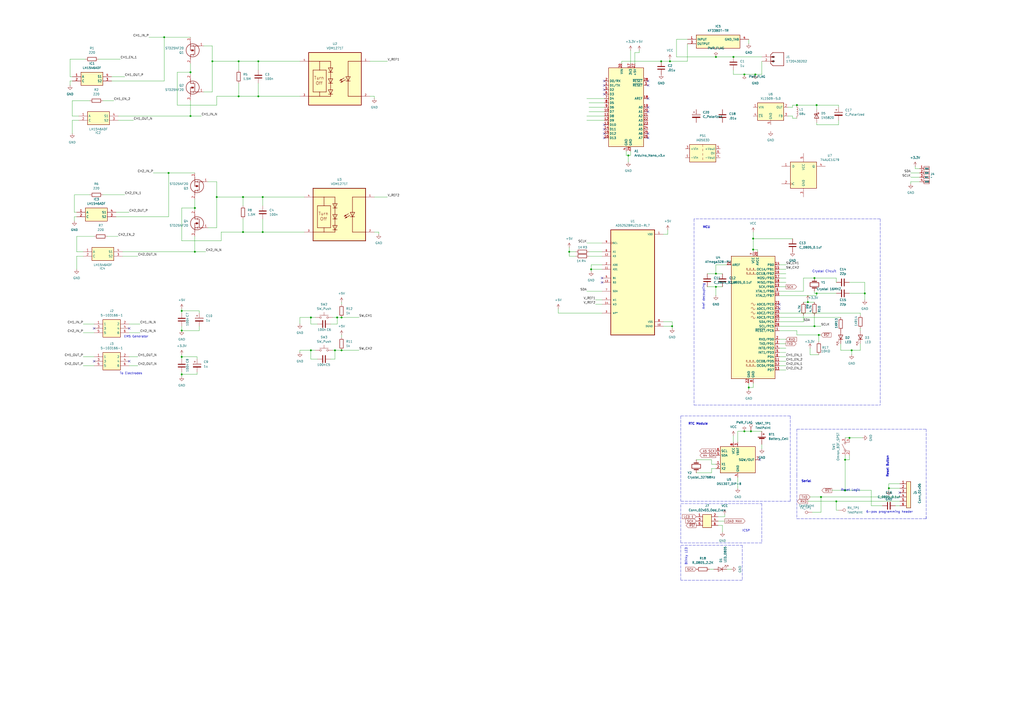
<source format=kicad_sch>
(kicad_sch (version 20231120) (generator "eeschema") (generator_version "8.0")
  (paper "A2")
  (title_block (date "sam. 04 avril 2015"))
  (junction (at 473.71 170.18))
  (junction (at 198.12 203.2))
  (junction (at 515.62 283.21))
  (junction (at 113.03 146.05))
  (junction (at 140.97 134.62))
  (junction (at 462.28 60.96))
  (junction (at 198.12 184.15))
  (junction (at 431.8 43.18))
  (junction (at 472.44 189.23))
  (junction (at 105.41 180.34))
  (junction (at 434.34 224.79))
  (junction (at 501.65 170.18))
  (junction (at 492.76 254))
  (junction (at 180.34 184.15))
  (junction (at 476.25 288.29))
  (junction (at 330.2 146.05))
  (junction (at 436.88 144.78))
  (junction (at 415.29 33.02))
  (junction (at 474.98 194.31))
  (junction (at 110.49 41.91))
  (junction (at 383.54 35.56))
  (junction (at 97.79 100.33))
  (junction (at 468.63 175.26))
  (junction (at 388.62 35.56))
  (junction (at 473.71 60.96))
  (junction (at 95.25 21.59))
  (junction (at 435.61 250.19))
  (junction (at 140.97 114.3))
  (junction (at 389.89 189.23))
  (junction (at 105.41 207.01))
  (junction (at 149.86 55.88))
  (junction (at 105.41 217.17))
  (junction (at 194.31 203.2))
  (junction (at 415.29 166.37))
  (junction (at 490.22 266.7))
  (junction (at 438.15 43.18))
  (junction (at 342.9 156.21))
  (junction (at 436.88 138.43))
  (junction (at 415.29 158.75))
  (junction (at 113.03 120.65))
  (junction (at 123.19 35.56))
  (junction (at 138.43 55.88))
  (junction (at 138.43 35.56))
  (junction (at 125.73 114.3))
  (junction (at 364.49 90.17))
  (junction (at 110.49 67.31))
  (junction (at 485.14 290.83))
  (junction (at 180.34 203.2))
  (junction (at 472.44 161.29))
  (junction (at 149.86 35.56))
  (junction (at 152.4 134.62))
  (junction (at 105.41 191.77))
  (junction (at 490.22 284.48))
  (junction (at 431.8 250.19))
  (junction (at 152.4 114.3))
  (junction (at 494.03 203.2))
  (junction (at 425.45 33.02))
  (junction (at 195.58 184.15))
  (no_connect (at 349.25 161.29))
  (no_connect (at 350.52 77.47))
  (no_connect (at 350.52 49.53))
  (no_connect (at 375.92 77.47))
  (no_connect (at 452.12 179.07))
  (no_connect (at 375.92 62.23))
  (no_connect (at 375.92 64.77))
  (no_connect (at 349.25 163.83))
  (no_connect (at 350.52 54.61))
  (no_connect (at 440.69 266.7))
  (no_connect (at 452.12 176.53))
  (no_connect (at 375.92 46.99))
  (no_connect (at 54.61 190.5))
  (no_connect (at 350.52 74.93))
  (no_connect (at 350.52 52.07))
  (no_connect (at 375.92 80.01))
  (no_connect (at 350.52 80.01))
  (no_connect (at 375.92 49.53))
  (no_connect (at 74.93 209.55))
  (no_connect (at 350.52 46.99))
  (no_connect (at 74.93 190.5))
  (no_connect (at 375.92 57.15))
  (no_connect (at 521.97 285.75))
  (no_connect (at 350.52 72.39))
  (no_connect (at 54.61 209.55))
  (polyline (pts (xy 394.97 314.96) (xy 394.97 292.1)) (stroke (width 0) (type dash)))
  (wire (pts (xy 515.62 283.21) (xy 521.97 283.21)))
  (wire (pts (xy 105.41 180.34) (xy 115.57 180.34)))
  (wire (pts (xy 115.57 191.77) (xy 105.41 191.77)))
  (wire (pts (xy 125.73 60.96) (xy 102.87 60.96)))
  (wire (pts (xy 113.03 146.05) (xy 119.38 146.05)))
  (wire (pts (xy 457.2 62.23) (xy 459.74 62.23)))
  (wire (pts (xy 452.12 189.23) (xy 472.44 189.23)))
  (wire (pts (xy 342.9 156.21) (xy 342.9 153.67)))
  (wire (pts (xy 173.99 184.15) (xy 173.99 187.96)))
  (wire (pts (xy 420.37 298.45) (xy 420.37 299.72)))
  (wire (pts (xy 452.12 153.67) (xy 455.93 153.67)))
  (wire (pts (xy 441.96 43.18) (xy 438.15 43.18)))
  (wire (pts (xy 180.34 203.2) (xy 173.99 203.2)))
  (polyline (pts (xy 430.53 316.23) (xy 430.53 336.55)) (stroke (width 0) (type dash)))
  (wire (pts (xy 388.62 35.56) (xy 383.54 35.56)))
  (wire (pts (xy 466.09 175.26) (xy 468.63 175.26)))
  (wire (pts (xy 436.88 134.62) (xy 436.88 138.43)))
  (wire (pts (xy 457.2 67.31) (xy 459.74 67.31)))
  (wire (pts (xy 528.32 102.87) (xy 533.4 102.87)))
  (wire (pts (xy 43.18 113.03) (xy 52.07 113.03)))
  (wire (pts (xy 349.25 168.91) (xy 340.36 168.91)))
  (wire (pts (xy 102.87 41.91) (xy 110.49 41.91)))
  (wire (pts (xy 383.54 35.56) (xy 360.68 35.56)))
  (wire (pts (xy 431.8 43.18) (xy 438.15 43.18)))
  (wire (pts (xy 114.3 215.9) (xy 114.3 217.17)))
  (wire (pts (xy 370.84 30.48) (xy 368.3 30.48)))
  (wire (pts (xy 191.77 187.96) (xy 195.58 187.96)))
  (wire (pts (xy 414.02 330.2) (xy 411.48 330.2)))
  (wire (pts (xy 452.12 212.09) (xy 455.93 212.09)))
  (wire (pts (xy 473.71 60.96) (xy 473.71 63.5)))
  (wire (pts (xy 184.15 208.28) (xy 180.34 208.28)))
  (wire (pts (xy 384.81 135.89) (xy 387.35 135.89)))
  (wire (pts (xy 435.61 250.19) (xy 441.96 250.19)))
  (wire (pts (xy 364.49 90.17) (xy 364.49 93.98)))
  (wire (pts (xy 462.28 194.31) (xy 474.98 194.31)))
  (wire (pts (xy 43.18 123.19) (xy 43.18 113.03)))
  (wire (pts (xy 485.14 161.29) (xy 472.44 161.29)))
  (wire (pts (xy 412.75 274.32) (xy 412.75 271.78)))
  (wire (pts (xy 528.32 100.33) (xy 533.4 100.33)))
  (wire (pts (xy 105.41 179.07) (xy 105.41 180.34)))
  (wire (pts (xy 350.52 69.85) (xy 340.36 69.85)))
  (wire (pts (xy 59.69 58.42) (xy 66.04 58.42)))
  (wire (pts (xy 485.14 290.83) (xy 468.63 290.83)))
  (wire (pts (xy 434.34 224.79) (xy 434.34 222.25)))
  (polyline (pts (xy 394.97 292.1) (xy 441.96 292.1)) (stroke (width 0) (type dash)))
  (wire (pts (xy 473.71 170.18) (xy 485.14 170.18)))
  (wire (pts (xy 173.99 203.2) (xy 173.99 204.47)))
  (wire (pts (xy 425.45 33.02) (xy 441.96 33.02)))
  (wire (pts (xy 217.17 114.3) (xy 224.79 114.3)))
  (wire (pts (xy 492.76 266.7) (xy 490.22 266.7)))
  (wire (pts (xy 105.41 205.74) (xy 105.41 207.01)))
  (wire (pts (xy 193.04 203.2) (xy 194.31 203.2)))
  (polyline (pts (xy 441.96 314.96) (xy 394.97 314.96)) (stroke (width 0) (type dash)))
  (wire (pts (xy 334.01 146.05) (xy 330.2 146.05)))
  (wire (pts (xy 474.98 194.31) (xy 476.25 194.31)))
  (wire (pts (xy 455.93 163.83) (xy 452.12 163.83)))
  (wire (pts (xy 48.26 187.96) (xy 54.61 187.96)))
  (wire (pts (xy 485.14 163.83) (xy 485.14 161.29)))
  (wire (pts (xy 425.45 43.18) (xy 431.8 43.18)))
  (polyline (pts (xy 537.21 300.99) (xy 537.21 275.59)) (stroke (width 0) (type dash)))
  (wire (pts (xy 364.49 90.17) (xy 365.76 90.17)))
  (wire (pts (xy 125.73 55.88) (xy 125.73 60.96)))
  (wire (pts (xy 469.9 288.29) (xy 476.25 288.29)))
  (wire (pts (xy 469.9 205.74) (xy 469.9 201.93)))
  (wire (pts (xy 184.15 187.96) (xy 180.34 187.96)))
  (wire (pts (xy 149.86 55.88) (xy 173.99 55.88)))
  (wire (pts (xy 530.86 97.79) (xy 530.86 96.52)))
  (wire (pts (xy 71.12 148.59) (xy 80.01 148.59)))
  (wire (pts (xy 515.62 283.21) (xy 515.62 284.48)))
  (polyline (pts (xy 394.97 316.23) (xy 430.53 316.23)) (stroke (width 0) (type dash)))
  (wire (pts (xy 64.77 44.45) (xy 72.39 44.45)))
  (wire (pts (xy 485.14 290.83) (xy 485.14 295.91)))
  (wire (pts (xy 128.27 134.62) (xy 128.27 139.7)))
  (wire (pts (xy 149.86 35.56) (xy 149.86 40.64)))
  (wire (pts (xy 427.99 250.19) (xy 431.8 250.19)))
  (wire (pts (xy 64.77 46.99) (xy 95.25 46.99)))
  (wire (pts (xy 389.89 189.23) (xy 389.89 190.5)))
  (wire (pts (xy 191.77 208.28) (xy 194.31 208.28)))
  (wire (pts (xy 115.57 181.61) (xy 115.57 180.34)))
  (wire (pts (xy 474.98 194.31) (xy 474.98 198.12)))
  (wire (pts (xy 476.25 297.18) (xy 471.17 297.18)))
  (wire (pts (xy 74.93 193.04) (xy 81.28 193.04)))
  (wire (pts (xy 149.86 48.26) (xy 149.86 55.88)))
  (wire (pts (xy 425.45 252.73) (xy 425.45 256.54)))
  (wire (pts (xy 452.12 199.39) (xy 455.93 199.39)))
  (polyline (pts (xy 510.54 127) (xy 510.54 234.95)) (stroke (width 0) (type dash)))
  (wire (pts (xy 113.03 115.57) (xy 113.03 120.65)))
  (wire (pts (xy 490.22 284.48) (xy 505.46 284.48)))
  (wire (pts (xy 360.68 35.56) (xy 360.68 36.83)))
  (wire (pts (xy 114.3 207.01) (xy 105.41 207.01)))
  (wire (pts (xy 341.63 64.77) (xy 350.52 64.77)))
  (wire (pts (xy 44.45 137.16) (xy 44.45 146.05)))
  (wire (pts (xy 342.9 157.48) (xy 342.9 156.21)))
  (wire (pts (xy 388.62 34.29) (xy 388.62 35.56)))
  (wire (pts (xy 152.4 114.3) (xy 176.53 114.3)))
  (wire (pts (xy 323.85 179.07) (xy 323.85 181.61)))
  (wire (pts (xy 452.12 184.15) (xy 487.68 184.15)))
  (wire (pts (xy 44.45 125.73) (xy 43.18 125.73)))
  (polyline (pts (xy 402.59 234.95) (xy 510.54 234.95)) (stroke (width 0) (type dash)))
  (wire (pts (xy 194.31 203.2) (xy 198.12 203.2)))
  (wire (pts (xy 105.41 207.01) (xy 105.41 208.28)))
  (wire (pts (xy 198.12 184.15) (xy 208.28 184.15)))
  (wire (pts (xy 48.26 207.01) (xy 54.61 207.01)))
  (wire (pts (xy 494.03 203.2) (xy 494.03 205.74)))
  (wire (pts (xy 198.12 194.31) (xy 198.12 195.58)))
  (polyline (pts (xy 510.54 127) (xy 402.59 127)) (stroke (width 0) (type dash)))
  (wire (pts (xy 466.09 182.88) (xy 466.09 186.69)))
  (wire (pts (xy 436.88 138.43) (xy 459.74 138.43)))
  (wire (pts (xy 462.28 60.96) (xy 473.71 60.96)))
  (wire (pts (xy 138.43 40.64) (xy 138.43 35.56)))
  (wire (pts (xy 41.91 67.31) (xy 45.72 67.31)))
  (wire (pts (xy 368.3 30.48) (xy 368.3 36.83)))
  (wire (pts (xy 427.99 256.54) (xy 427.99 250.19)))
  (wire (pts (xy 140.97 134.62) (xy 128.27 134.62)))
  (wire (pts (xy 466.09 168.91) (xy 466.09 161.29)))
  (wire (pts (xy 441.96 257.81) (xy 441.96 260.35)))
  (wire (pts (xy 123.19 26.67) (xy 123.19 35.56)))
  (wire (pts (xy 466.09 161.29) (xy 472.44 161.29)))
  (wire (pts (xy 345.44 173.99) (xy 349.25 173.99)))
  (wire (pts (xy 110.49 36.83) (xy 110.49 41.91)))
  (wire (pts (xy 533.4 105.41) (xy 528.32 105.41)))
  (wire (pts (xy 452.12 181.61) (xy 499.11 181.61)))
  (wire (pts (xy 452.12 156.21) (xy 455.93 156.21)))
  (wire (pts (xy 105.41 217.17) (xy 105.41 215.9)))
  (wire (pts (xy 452.12 196.85) (xy 455.93 196.85)))
  (wire (pts (xy 521.97 280.67) (xy 515.62 280.67)))
  (wire (pts (xy 389.89 186.69) (xy 389.89 189.23)))
  (polyline (pts (xy 458.47 241.3) (xy 458.47 290.83)) (stroke (width 0) (type dash)))
  (wire (pts (xy 434.34 22.86) (xy 434.34 25.4)))
  (polyline (pts (xy 458.47 290.83) (xy 394.97 290.83)) (stroke (width 0) (type dash)))
  (polyline (pts (xy 394.97 336.55) (xy 394.97 316.23)) (stroke (width 0) (type dash)))
  (polyline (pts (xy 462.28 300.99) (xy 537.21 300.99)) (stroke (width 0) (type dash)))
  (wire (pts (xy 342.9 156.21) (xy 349.25 156.21)))
  (wire (pts (xy 140.97 134.62) (xy 152.4 134.62)))
  (wire (pts (xy 455.93 214.63) (xy 452.12 214.63)))
  (wire (pts (xy 138.43 55.88) (xy 149.86 55.88)))
  (wire (pts (xy 455.93 204.47) (xy 452.12 204.47)))
  (wire (pts (xy 330.2 146.05) (xy 330.2 148.59)))
  (wire (pts (xy 398.78 35.56) (xy 398.78 25.4)))
  (wire (pts (xy 214.63 35.56) (xy 224.79 35.56)))
  (wire (pts (xy 44.45 137.16) (xy 54.61 137.16)))
  (wire (pts (xy 412.75 266.7) (xy 412.75 269.24)))
  (wire (pts (xy 180.34 187.96) (xy 180.34 184.15)))
  (wire (pts (xy 365.76 87.63) (xy 365.76 90.17)))
  (wire (pts (xy 384.81 189.23) (xy 389.89 189.23)))
  (wire (pts (xy 95.25 21.59) (xy 95.25 46.99)))
  (wire (pts (xy 198.12 175.26) (xy 198.12 176.53)))
  (wire (pts (xy 494.03 203.2) (xy 499.11 203.2)))
  (polyline (pts (xy 402.59 127) (xy 402.59 234.95)) (stroke (width 0) (type dash)))
  (wire (pts (xy 123.19 35.56) (xy 138.43 35.56)))
  (wire (pts (xy 67.31 123.19) (xy 74.93 123.19)))
  (wire (pts (xy 439.42 146.05) (xy 439.42 144.78)))
  (wire (pts (xy 403.86 274.32) (xy 412.75 274.32)))
  (wire (pts (xy 102.87 60.96) (xy 102.87 41.91)))
  (wire (pts (xy 88.9 100.33) (xy 97.79 100.33)))
  (wire (pts (xy 515.62 280.67) (xy 515.62 283.21)))
  (wire (pts (xy 125.73 132.08) (xy 120.65 132.08)))
  (wire (pts (xy 138.43 35.56) (xy 149.86 35.56)))
  (wire (pts (xy 41.91 77.47) (xy 41.91 69.85)))
  (wire (pts (xy 436.88 144.78) (xy 436.88 146.05)))
  (wire (pts (xy 476.25 288.29) (xy 521.97 288.29)))
  (wire (pts (xy 74.93 187.96) (xy 81.28 187.96)))
  (wire (pts (xy 452.12 191.77) (xy 462.28 191.77)))
  (wire (pts (xy 48.26 212.09) (xy 54.61 212.09)))
  (wire (pts (xy 40.64 46.99) (xy 40.64 49.53)))
  (wire (pts (xy 492.76 254) (xy 500.38 254)))
  (wire (pts (xy 363.22 90.17) (xy 364.49 90.17)))
  (wire (pts (xy 455.93 161.29) (xy 452.12 161.29)))
  (wire (pts (xy 41.91 58.42) (xy 52.07 58.42)))
  (wire (pts (xy 217.17 134.62) (xy 219.71 134.62)))
  (wire (pts (xy 180.34 184.15) (xy 173.99 184.15)))
  (wire (pts (xy 128.27 139.7) (xy 105.41 139.7)))
  (wire (pts (xy 501.65 163.83) (xy 501.65 170.18)))
  (wire (pts (xy 398.78 22.86) (xy 392.43 22.86)))
  (wire (pts (xy 62.23 137.16) (xy 68.58 137.16)))
  (wire (pts (xy 416.56 302.26) (xy 420.37 302.26)))
  (wire (pts (xy 120.65 105.41) (xy 125.73 105.41)))
  (wire (pts (xy 412.75 271.78) (xy 415.29 271.78)))
  (wire (pts (xy 469.9 205.74) (xy 474.98 205.74)))
  (wire (pts (xy 419.1 304.8) (xy 419.1 308.61)))
  (wire (pts (xy 415.29 33.02) (xy 425.45 33.02)))
  (wire (pts (xy 473.71 60.96) (xy 486.41 60.96)))
  (wire (pts (xy 180.34 203.2) (xy 180.34 208.28)))
  (wire (pts (xy 528.32 105.41) (xy 528.32 106.68)))
  (wire (pts (xy 403.86 266.7) (xy 412.75 266.7)))
  (wire (pts (xy 140.97 134.62) (xy 140.97 127)))
  (wire (pts (xy 473.71 71.12) (xy 473.71 72.39)))
  (wire (pts (xy 363.22 87.63) (xy 363.22 90.17)))
  (wire (pts (xy 519.43 293.37) (xy 521.97 293.37)))
  (wire (pts (xy 499.11 182.88) (xy 499.11 181.61)))
  (wire (pts (xy 490.22 264.16) (xy 490.22 266.7)))
  (wire (pts (xy 412.75 269.24) (xy 415.29 269.24)))
  (wire (pts (xy 125.73 114.3) (xy 125.73 132.08)))
  (wire (pts (xy 431.8 250.19) (xy 435.61 250.19)))
  (wire (pts (xy 341.63 148.59) (xy 349.25 148.59)))
  (wire (pts (xy 487.68 203.2) (xy 494.03 203.2)))
  (wire (pts (xy 501.65 170.18) (xy 501.65 173.99)))
  (wire (pts (xy 439.42 144.78) (xy 436.88 144.78)))
  (wire (pts (xy 387.35 133.35) (xy 387.35 135.89)))
  (wire (pts (xy 388.62 35.56) (xy 398.78 35.56)))
  (wire (pts (xy 105.41 139.7) (xy 105.41 120.65)))
  (wire (pts (xy 74.93 212.09) (xy 80.01 212.09)))
  (wire (pts (xy 434.34 224.79) (xy 436.88 224.79)))
  (wire (pts (xy 421.64 153.67) (xy 415.29 153.67)))
  (wire (pts (xy 95.25 21.59) (xy 110.49 21.59)))
  (wire (pts (xy 486.41 72.39) (xy 473.71 72.39)))
  (wire (pts (xy 436.88 138.43) (xy 436.88 144.78)))
  (wire (pts (xy 114.3 208.28) (xy 114.3 207.01)))
  (wire (pts (xy 452.12 186.69) (xy 466.09 186.69)))
  (wire (pts (xy 330.2 143.51) (xy 330.2 146.05)))
  (wire (pts (xy 149.86 35.56) (xy 173.99 35.56)))
  (wire (pts (xy 505.46 293.37) (xy 511.81 293.37)))
  (wire (pts (xy 152.4 127) (xy 152.4 134.62)))
  (polyline (pts (xy 394.97 241.3) (xy 394.97 290.83)) (stroke (width 0) (type dash)))
  (wire (pts (xy 492.76 264.16) (xy 492.76 266.7)))
  (wire (pts (xy 123.19 35.56) (xy 123.19 53.34)))
  (wire (pts (xy 521.97 290.83) (xy 485.14 290.83)))
  (wire (pts (xy 214.63 55.88) (xy 217.17 55.88)))
  (wire (pts (xy 217.17 55.88) (xy 217.17 57.15)))
  (wire (pts (xy 365.76 29.21) (xy 365.76 36.83)))
  (wire (pts (xy 345.44 176.53) (xy 349.25 176.53)))
  (wire (pts (xy 193.04 184.15) (xy 195.58 184.15)))
  (wire (pts (xy 472.44 189.23) (xy 476.25 189.23)))
  (wire (pts (xy 57.15 34.29) (xy 69.85 34.29)))
  (wire (pts (xy 140.97 114.3) (xy 152.4 114.3)))
  (wire (pts (xy 468.63 175.26) (xy 472.44 175.26)))
  (wire (pts (xy 462.28 68.58) (xy 459.74 68.58)))
  (wire (pts (xy 452.12 166.37) (xy 455.93 166.37)))
  (wire (pts (xy 341.63 62.23) (xy 350.52 62.23)))
  (polyline (pts (xy 462.28 275.59) (xy 462.28 248.92)) (stroke (width 0) (type dash)))
  (wire (pts (xy 415.29 166.37) (xy 415.29 171.45)))
  (wire (pts (xy 110.49 67.31) (xy 110.49 58.42)))
  (wire (pts (xy 97.79 100.33) (xy 113.03 100.33)))
  (wire (pts (xy 68.58 67.31) (xy 110.49 67.31)))
  (wire (pts (xy 44.45 146.05) (xy 48.26 146.05)))
  (wire (pts (xy 487.68 199.39) (xy 487.68 203.2)))
  (wire (pts (xy 125.73 105.41) (xy 125.73 114.3)))
  (wire (pts (xy 195.58 184.15) (xy 195.58 187.96)))
  (wire (pts (xy 341.63 59.69) (xy 350.52 59.69)))
  (wire (pts (xy 330.2 148.59) (xy 334.01 148.59)))
  (wire (pts (xy 455.93 209.55) (xy 452.12 209.55)))
  (wire (pts (xy 40.64 44.45) (xy 41.91 44.45)))
  (wire (pts (xy 410.21 166.37) (xy 415.29 166.37)))
  (polyline (pts (xy 537.21 275.59) (xy 537.21 275.59)) (stroke (width 0) (type dash)))
  (wire (pts (xy 392.43 33.02) (xy 415.29 33.02)))
  (wire (pts (xy 486.41 69.85) (xy 486.41 72.39)))
  (wire (pts (xy 459.74 68.58) (xy 459.74 67.31)))
  (wire (pts (xy 427.99 276.86) (xy 427.99 283.21)))
  (wire (pts (xy 452.12 171.45) (xy 473.71 171.45)))
  (wire (pts (xy 434.34 226.06) (xy 434.34 224.79)))
  (wire (pts (xy 74.93 207.01) (xy 80.01 207.01)))
  (wire (pts (xy 138.43 55.88) (xy 138.43 48.26)))
  (wire (pts (xy 459.74 60.96) (xy 459.74 62.23)))
  (wire (pts (xy 43.18 125.73) (xy 43.18 128.27)))
  (wire (pts (xy 452.12 201.93) (xy 455.93 201.93)))
  (wire (pts (xy 342.9 153.67) (xy 349.25 153.67)))
  (wire (pts (xy 45.72 69.85) (xy 41.91 69.85)))
  (wire (pts (xy 350.52 67.31) (xy 340.36 67.31)))
  (wire (pts (xy 97.79 100.33) (xy 97.79 125.73)))
  (wire (pts (xy 123.19 53.34) (xy 118.11 53.34)))
  (wire (pts (xy 44.45 156.21) (xy 44.45 148.59)))
  (wire (pts (xy 473.71 170.18) (xy 472.44 170.18)))
  (wire (pts (xy 195.58 184.15) (xy 198.12 184.15)))
  (wire (pts (xy 48.26 148.59) (xy 44.45 148.59)))
  (wire (pts (xy 452.12 168.91) (xy 466.09 168.91)))
  (wire (pts (xy 472.44 182.88) (xy 472.44 189.23)))
  (wire (pts (xy 452.12 158.75) (xy 455.93 158.75)))
  (wire (pts (xy 490.22 254) (xy 492.76 254)))
  (wire (pts (xy 485.14 295.91) (xy 486.41 295.91)))
  (wire (pts (xy 105.41 180.34) (xy 105.41 181.61)))
  (wire (pts (xy 473.71 170.18) (xy 473.71 171.45)))
  (polyline (pts (xy 394.97 241.3) (xy 458.47 241.3)) (stroke (width 0) (type dash)))
  (wire (pts (xy 41.91 58.42) (xy 41.91 67.31)))
  (wire (pts (xy 425.45 40.64) (xy 425.45 43.18)))
  (wire (pts (xy 472.44 168.91) (xy 472.44 170.18)))
  (wire (pts (xy 59.69 113.03) (xy 72.39 113.03)))
  (wire (pts (xy 436.88 224.79) (xy 436.88 222.25)))
  (wire (pts (xy 486.41 60.96) (xy 486.41 62.23)))
  (wire (pts (xy 490.22 266.7) (xy 490.22 284.48)))
  (wire (pts (xy 194.31 203.2) (xy 194.31 208.28)))
  (polyline (pts (xy 537.21 299.72) (xy 537.21 300.99)) (stroke (width 0) (type dash)))
  (wire (pts (xy 476.25 288.29) (xy 476.25 297.18)))
  (wire (pts (xy 182.88 203.2) (xy 180.34 203.2)))
  (wire (pts (xy 499.11 190.5) (xy 499.11 191.77)))
  (wire (pts (xy 105.41 218.44) (xy 105.41 217.17)))
  (wire (pts (xy 86.36 21.59) (xy 95.25 21.59)))
  (wire (pts (xy 341.63 146.05) (xy 349.25 146.05)))
  (wire (pts (xy 492.76 163.83) (xy 501.65 163.83)))
  (wire (pts (xy 68.58 69.85) (xy 77.47 69.85)))
  (wire (pts (xy 152.4 134.62) (xy 176.53 134.62)))
  (wire (pts (xy 505.46 293.37) (xy 505.46 284.48)))
  (wire (pts (xy 416.56 299.72) (xy 420.37 299.72)))
  (wire (pts (xy 415.29 166.37) (xy 419.1 166.37)))
  (wire (pts (xy 40.64 34.29) (xy 49.53 34.29)))
  (polyline (pts (xy 537.21 248.92) (xy 537.21 275.59)) (stroke (width 0) (type dash)))
  (wire (pts (xy 113.03 146.05) (xy 113.03 137.16)))
  (wire (pts (xy 441.96 35.56) (xy 441.96 43.18)))
  (wire (pts (xy 105.41 189.23) (xy 105.41 191.77)))
  (wire (pts (xy 415.29 158.75) (xy 419.1 158.75)))
  (polyline (pts (xy 462.28 275.59) (xy 462.28 300.99)) (stroke (width 0) (type dash)))
  (wire (pts (xy 43.18 123.19) (xy 44.45 123.19)))
  (wire (pts (xy 138.43 55.88) (xy 125.73 55.88)))
  (wire (pts (xy 115.57 189.23) (xy 115.57 191.77)))
  (wire (pts (xy 118.11 26.67) (xy 123.19 26.67)))
  (wire (pts (xy 113.03 120.65) (xy 113.03 121.92)))
  (wire (pts (xy 421.64 330.2) (xy 424.18 330.2)))
  (wire (pts (xy 384.81 186.69) (xy 389.89 186.69)))
  (wire (pts (xy 415.29 153.67) (xy 415.29 158.75)))
  (polyline (pts (xy 430.53 336.55) (xy 394.97 336.55)) (stroke (width 0) (type dash)))
  (wire (pts (xy 349.25 181.61) (xy 323.85 181.61)))
  (wire (pts (xy 67.31 125.73) (xy 97.79 125.73)))
  (wire (pts (xy 499.11 199.39) (xy 499.11 203.2)))
  (wire (pts (xy 48.26 193.04) (xy 54.61 193.04)))
  (wire (pts (xy 533.4 97.79) (xy 530.86 97.79)))
  (wire (pts (xy 340.36 140.97) (xy 349.25 140.97)))
  (wire (pts (xy 71.12 146.05) (xy 113.03 146.05)))
  (wire (pts (xy 462.28 60.96) (xy 459.74 60.96)))
  (wire (pts (xy 105.41 217.17) (xy 114.3 217.17)))
  (wire (pts (xy 392.43 22.86) (xy 392.43 33.02)))
  (wire (pts (xy 492.76 170.18) (xy 501.65 170.18)))
  (wire (pts (xy 370.84 29.21) (xy 370.84 30.48)))
  (wire (pts (xy 105.41 120.65) (xy 113.03 120.65)))
  (polyline (pts (xy 441.96 292.1) (xy 441.96 314.96)) (stroke (width 0) (type dash)))
  (wire (pts (xy 40.64 44.45) (xy 40.64 34.29)))
  (wire (pts (xy 182.88 184.15) (xy 180.34 184.15)))
  (wire (pts (xy 152.4 114.3) (xy 152.4 119.38)))
  (polyline (pts (xy 462.28 248.92) (xy 537.21 248.92)) (stroke (width 0) (type dash)))
  (wire (pts (xy 140.97 119.38) (xy 140.97 114.3)))
  (wire (pts (xy 219.71 134.62) (xy 219.71 135.89)))
  (wire (pts (xy 110.49 67.31) (xy 116.84 67.31)))
  (wire (pts (xy 452.12 207.01) (xy 455.93 207.01)))
  (wire (pts (xy 416.56 304.8) (xy 419.1 304.8)))
  (wire (pts (xy 41.91 46.99) (xy 40.64 46.99)))
  (wire (pts (xy 468.63 173.99) (xy 468.63 175.26)))
  (wire (pts (xy 340.36 57.15) (xy 350.52 57.15)))
  (wire (pts (xy 415.29 158.75) (xy 410.21 158.75)))
  (wire (pts (xy 462.28 191.77) (xy 462.28 194.31)))
  (wire (pts (xy 482.6 284.48) (xy 490.22 284.48)))
  (wire (pts (xy 110.49 41.91) (xy 110.49 43.18)))
  (wire (pts (xy 125.73 114.3) (xy 140.97 114.3)))
  (wire (pts (xy 198.12 203.2) (xy 208.28 203.2)))
  (text "Crystal Circuit\n" (at 485.14 158.242 0) (effects (font (size 1.27 1.27)) (justify right bottom)))
  (text "Reset Button\n" (at 515.62 276.86 90) (effects (font (size 1.27 1.27) (bold yes)) (justify left bottom)))
  (text "To Electrodes" (at 75.946 216.662 0) (effects (font (size 1.27 1.27))))
  (text "Blinky LED\n" (at 398.78 317.5 90) (effects (font (size 1.27 1.27)) (justify right bottom)))
  (text "EMS Generator\n" (at 78.994 195.326 0) (effects (font (size 1.27 1.27))))
  (text "Aref decoupling\n" (at 408.8892 164.338 90) (effects (font (size 1.27 1.27)) (justify right bottom)))
  (text "MCU" (at 407.6192 132.588 0) (effects (font (size 1.27 1.27) (bold yes)) (justify left bottom)))
  (text "Serial\n" (at 464.82 279.9588 0) (effects (font (size 1.27 1.27) (thickness 0.254) (bold yes)) (justify left bottom)))
  (text "RTC Module\n" (at 399.2372 246.634 0) (effects (font (size 1.27 1.27) (bold yes)) (justify left bottom)))
  (text "6-pos programming header\n" (at 529.59 297.7388 0) (effects (font (size 1.27 1.27)) (justify right bottom)))
  (text "Reset Logic\n" (at 499.11 285.0388 0) (effects (font (size 1.27 1.27)) (justify right bottom)))
  (text "ICSP\n" (at 430.53 308.61 0) (effects (font (size 1.27 1.27)) (justify left bottom)))
  (label "CH1_EN_1" (at 69.85 34.29 0))
  (label "SCLK" (at 340.36 140.97 180))
  (label "V_REF2" (at 345.44 176.53 180))
  (label "CH1_IN_N" (at 116.84 67.31 0))
  (label "SCLK" (at 528.32 102.87 180))
  (label "CH2_OUT_P" (at 74.93 123.19 0))
  (label "SW_CH2" (at 208.28 203.2 0))
  (label "CH2_EN_2" (at 455.93 214.63 0))
  (label "CH2_IN_P" (at 88.9 100.33 180))
  (label "CH1_EN_2" (at 455.93 209.55 0))
  (label "SDA" (at 528.32 100.33 180))
  (label "CH1_IN_P" (at 86.36 21.59 180))
  (label "CH2_EN_1" (at 455.93 212.09 0))
  (label "SW_CH1" (at 455.93 153.67 0))
  (label "CH1_OUT_P" (at 72.39 44.45 0))
  (label "CH1_IN_N" (at 81.28 187.96 0))
  (label "SW_CH1" (at 208.28 184.15 0))
  (label "V_REF2" (at 224.79 114.3 0))
  (label "CH2_IN_N" (at 119.38 146.05 0))
  (label "CH1_EN_1" (at 455.93 207.01 0))
  (label "SDA" (at 340.36 168.91 180))
  (label "CH1_IN_P" (at 48.26 187.96 180))
  (label "CH2_IN_N" (at 81.28 193.04 0))
  (label "CH2_OUT_P" (at 48.26 212.09 180))
  (label "CH2_IN_P" (at 48.26 193.04 180))
  (label "V_REF1" (at 224.79 35.56 0))
  (label "CH2_OUT_N" (at 80.01 148.59 0))
  (label "CH2_EN_1" (at 72.39 113.03 0))
  (label "SW_CH2" (at 455.93 156.21 0))
  (label "SDA" (at 466.09 186.69 0))
  (label "CH1_OUT_P" (at 48.26 207.01 180))
  (label "CH1_OUT_N" (at 77.47 69.85 0))
  (label "CH1_OUT_N" (at 80.01 207.01 0))
  (label "V_REF1" (at 345.44 173.99 180))
  (label "CH2_EN_2" (at 68.58 137.16 0))
  (label "SCLK" (at 476.25 189.23 0))
  (label "CH1_EN_2" (at 66.04 58.42 0))
  (label "CH2_OUT_N" (at 80.01 212.09 0))
  (global_label "LCD E" (shape input) (at 403.86 299.72 180) (property "Intersheetrefs" "${INTERSHEET_REFS}" (effects (hide yes))))
  (global_label "A5 SCK" (shape output) (at 415.29 261.62 180) (property "Intersheetrefs" "${INTERSHEET_REFS}" (effects (hide yes))))
  (global_label "LOAD MAX" (shape output) (at 420.37 302.26 0) (property "Intersheetrefs" "${INTERSHEET_REFS}" (effects (hide yes))))
  (global_label "~{RST}" (shape output) (at 482.6 284.48 180) (property "Intersheetrefs" "${INTERSHEET_REFS}" (effects (hide yes))))
  (global_label "RXD" (shape output) (at 468.63 290.83 180) (property "Intersheetrefs" "${INTERSHEET_REFS}" (effects (hide yes))))
  (global_label "A4 SDA" (shape output) (at 415.29 264.16 180) (property "Intersheetrefs" "${INTERSHEET_REFS}" (effects (hide yes))))
  (global_label "~{RST}" (shape output) (at 403.86 304.8 180) (property "Intersheetrefs" "${INTERSHEET_REFS}" (effects (hide yes))))
  (global_label "SCK" (shape output) (at 455.93 166.37 0) (property "Intersheetrefs" "${INTERSHEET_REFS}" (effects (hide yes))))
  (global_label "TXD" (shape output) (at 455.93 199.39 0) (property "Intersheetrefs" "${INTERSHEET_REFS}" (effects (hide yes))))
  (global_label "RXD" (shape input) (at 455.93 196.85 0) (property "Intersheetrefs" "${INTERSHEET_REFS}" (effects (hide yes))))
  (global_label "TXD" (shape input) (at 469.9 288.29 180) (property "Intersheetrefs" "${INTERSHEET_REFS}" (effects (hide yes))))
  (global_label "~{RST}" (shape input) (at 476.25 194.31 0) (property "Intersheetrefs" "${INTERSHEET_REFS}" (effects (hide yes))))
  (global_label "SCK" (shape input) (at 403.86 330.2 180) (property "Intersheetrefs" "${INTERSHEET_REFS}" (effects (hide yes))))
  (global_label "SCK" (shape input) (at 403.86 302.26 180) (property "Intersheetrefs" "${INTERSHEET_REFS}" (effects (hide yes))))
  (symbol (lib_id "Device:C_Polarized") (at 115.57 185.42 0) (unit 1)
    (property "Reference" "C10" (at 119.38 183.2609 0) (effects (justify left)))
    (property "Value" "1u" (at 119.38 185.8009 0) (effects (justify left)))
    (property "Footprint" "EMS_lib:K104K15X7RF53H5" (effects (hide yes)))
    (property "Description" "Polarized capacitor" (effects (hide yes)))
  )
  (symbol (lib_id "power:+5V") (at 387.35 133.35 0) (unit 1)
    (property "Reference" "#PWR020" (effects (hide yes)))
    (property "Value" "+5V" (at 387.35 128.27 0))
    (property "Description" "Power symbol creates a global label with name \"+5V\"" (effects (hide yes)))
  )
  (symbol (lib_id "74xGxx:74AUC1G79") (at 466.09 101.6 0) (unit 1)
    (property "Reference" "U7" (at 481.33 90.2014 0))
    (property "Value" "74AUC1G79" (at 481.33 92.7414 0))
    (property "Datasheet" "http://www.ti.com/lit/sg/scyt129e/scyt129e.pdf" (effects (hide yes)))
    (property "Description" "Single D Flip-Flop, Low-Voltage CMOS" (effects (hide yes)))
  )
  (symbol (lib_id "power:GND") (at 40.64 49.53 0) (unit 1)
    (property "Reference" "#PWR05" (effects (hide yes)))
    (property "Value" "GND" (at 40.64 54.61 0))
    (property "Description" "Power symbol creates a global label with name \"GND\" , ground" (effects (hide yes)))
  )
  (symbol (lib_id "HPS:GND") (at 500.38 254 90) (unit 1)
    (property "Reference" "#PWR041" (effects (hide yes)))
    (property "Value" "GND" (at 505.1044 254 0))
  )
  (symbol (lib_id "Device:R") (at 138.43 44.45 0) (unit 1)
    (property "Reference" "R5" (at 140.97 43.1799 0) (effects (justify left)))
    (property "Value" "1.5M" (at 140.97 45.7199 0) (effects (justify left)))
    (property "Footprint" "Resistor_SMD:R_0805_2012Metric" (effects (hide yes)))
    (property "Description" "Resistor" (effects (hide yes)))
  )
  (symbol (lib_id "Diode:1N5820") (at 473.71 67.31 270) (unit 1)
    (property "Reference" "D5" (at 476.25 65.7224 90) (effects (justify left)))
    (property "Value" "1N5820" (at 476.25 68.2624 90) (effects (justify left)))
    (property "Footprint" "Diode_THT:D_DO-201AD_P15.24mm_Horizontal" (effects (hide yes)))
    (property "Datasheet" "http://www.vishay.com/docs/88526/1n5820.pdf" (effects (hide yes)))
    (property "Description" "20V 3A Schottky Barrier Rectifier Diode, DO-201AD" (effects (hide yes)))
  )
  (symbol (lib_id "Device:R") (at 140.97 123.19 0) (unit 1)
    (property "Reference" "R8" (at 143.51 121.9199 0) (effects (justify left)))
    (property "Value" "1.5M" (at 143.51 124.4599 0) (effects (justify left)))
    (property "Footprint" "Resistor_SMD:R_0805_2012Metric" (effects (hide yes)))
    (property "Description" "Resistor" (effects (hide yes)))
  )
  (symbol (lib_id "EMS_lib:STD25NF20") (at 118.11 53.34 0) (mirror y) (unit 1)
    (property "Reference" "Q2" (at 106.68 49.5299 0) (effects (justify left)))
    (property "Value" "STD25NF20" (at 106.68 52.0699 0) (effects (justify left)))
    (property "Footprint" "EMS_lib:STD25NF20" (effects (hide yes)))
    (property "Datasheet" "https://componentsearchengine.com/Datasheets/1/STD25NF20.pdf" (effects (hide yes)))
    (property "Description" "STMICROELECTRONICS - STD25NF20 - Power MOSFET, N Channel, 200 V, 18 A, 0.1 ohm, TO-252 (DPAK), Surface Mount" (effects (hide yes)))
    (property "Height" "2.4" (effects (hide yes)))
    (property "Mouser Part Number" "511-STD25NF20" (effects (hide yes)))
    (property "Mouser Price/Stock" "https://www.mouser.com/Search/Refine.aspx?Keyword=511-STD25NF20" (effects (hide yes)))
    (property "Manufacturer_Name" "STMicroelectronics" (effects (hide yes)))
    (property "Manufacturer_Part_Number" "STD25NF20" (effects (hide yes)))
  )
  (symbol (lib_id "Device:C_Polarized") (at 486.41 66.04 0) (unit 1)
    (property "Reference" "C17" (at 490.22 63.8809 0) (effects (justify left)))
    (property "Value" "C_Polarized" (at 490.22 66.4209 0) (effects (justify left)))
    (property "Description" "Polarized capacitor" (effects (hide yes)))
  )
  (symbol (lib_id "Regulator_Switching:XL1509-5.0") (at 447.04 64.77 0) (unit 1)
    (property "Reference" "U6" (at 447.04 54.61 0))
    (property "Value" "XL1509-5.0" (at 447.04 57.15 0))
    (property "Footprint" "Package_SO:SOIC-8_3.9x4.9mm_P1.27mm" (effects (hide yes)))
    (property "Datasheet" "https://datasheet.lcsc.com/lcsc/1809050422_XLSEMI-XL1509-5-0E1_C61063.pdf" (effects (hide yes)))
    (property "Description" "Buck DC/DC Converter, 2A, 5V Output Voltage, 7-40V Input Voltage" (effects (hide yes)))
  )
  (symbol (lib_id "EMS_lib:5-103166-1") (at 54.61 207.01 0) (unit 1)
    (property "Reference" "J3" (at 64.77 199.39 0))
    (property "Value" "5-103166-1" (at 64.77 201.93 0))
    (property "Footprint" "EMS_lib:5-103166-1" (effects (hide yes)))
    (property "Datasheet" "https://www.te.com/commerce/DocumentDelivery/DDEController?Action=showdoc&DocId=Customer+Drawing%7F103166%7FK3%7Fpdf%7FEnglish%7FENG_CD_103166_K3.pdf%7F5-103166-1" (effects (hide yes)))
    (property "Description" "TE Connectivity AMPMODU Series, 2.54mm Pitch 6 Way 2 Row Right Angle PCB Header, Solder, Through Hole Termination" (effects (hide yes)))
    (property "Height" "10.541" (effects (hide yes)))
    (property "Mouser Part Number" "571-5-103166-1" (effects (hide yes)))
    (property "Mouser Price/Stock" "https://www.mouser.co.uk/ProductDetail/TE-Connectivity/5-103166-1?qs=GYgf5PdsjznI1KhT1eL4Mg%3D%3D" (effects (hide yes)))
    (property "Manufacturer_Name" "TE Connectivity" (effects (hide yes)))
    (property "Manufacturer_Part_Number" "5-103166-1" (effects (hide yes)))
  )
  (symbol (lib_id "HPS:C_0805_0.1uf") (at 419.1 162.56 0) (unit 1)
    (property "Reference" "C12" (at 422.91 161.2899 0) (effects (justify left)))
    (property "Value" "C_0805_0.1uf" (at 422.91 163.8299 0) (effects (justify left)))
    (property "Footprint" "footprints:C_0805_2012Metric" (effects (hide yes)))
    (property "Datasheet" "https://datasheets.avx.com/X7RDielectric.pdf" (effects (hide yes)))
    (property "MFG" "AVX Corporation" (effects (hide yes)))
    (property "MPN" "08055C104KAT2A" (effects (hide yes)))
    (property "Digikey PN" "478-1395-1-ND" (effects (hide yes)))
    (property "Mouser PN" "N/A" (effects (hide yes)))
    (property "Voltage" "N/A" (effects (hide yes)))
    (property "Dielectric" "N/A" (effects (hide yes)))
    (property "Tolerance" "N/A" (effects (hide yes)))
  )
  (symbol (lib_id "power:GND") (at 494.03 205.74 0) (unit 1)
    (property "Reference" "#PWR029" (effects (hide yes)))
    (property "Value" "GND" (at 494.03 210.82 0))
    (property "Description" "Power symbol creates a global label with name \"GND\" , ground" (effects (hide yes)))
  )
  (symbol (lib_id "Device:R") (at 198.12 180.34 180) (unit 1)
    (property "Reference" "R12" (at 200.66 179.0699 0) (effects (justify right)))
    (property "Value" "1k" (at 200.66 181.6099 0) (effects (justify right)))
    (property "Footprint" "Resistor_SMD:R_0805_2012Metric" (effects (hide yes)))
    (property "Description" "Resistor" (effects (hide yes)))
  )
  (symbol (lib_id "Device:C") (at 152.4 123.19 0) (unit 1)
    (property "Reference" "C4" (at 156.21 121.9199 0) (effects (justify left)))
    (property "Value" "100n" (at 156.21 124.4599 0) (effects (justify left)))
    (property "Footprint" "EMS_lib:K104K15X7RF53H5" (effects (hide yes)))
    (property "Description" "Unpolarized capacitor" (effects (hide yes)))
  )
  (symbol (lib_id "Device:C") (at 419.1 67.31 0) (unit 1)
    (property "Reference" "C18" (at 422.91 66.0399 0) (effects (justify left)))
    (property "Value" ".01u" (at 422.91 68.5799 0) (effects (justify left)))
    (property "Footprint" "Capacitor_SMD:CP_Elec_6.3x3" (effects (hide yes)))
    (property "Description" "Unpolarized capacitor" (effects (hide yes)))
  )
  (symbol (lib_id "EMS_lib:VOM1271T") (at 196.85 124.46 0) (mirror y) (unit 1)
    (property "Reference" "U3" (at 196.85 104.14 0))
    (property "Value" "VOM1271T" (at 196.85 106.68 0))
    (property "Footprint" "EMS_lib:SOIC254P695X242-4N" (effects (hide yes)))
    (property "MANUFACTURER" "VISHAY" (effects (hide yes)))
  )
  (symbol (lib_id "HPS:Omron_B3F_SPST") (at 490.22 259.08 90) (unit 1)
    (property "Reference" "SW1" (at 483.616 259.08 0))
    (property "Value" "Omron_B3F_SPST" (at 486.156 259.08 0))
    (property "Footprint" "footprints:SW_SPST_Omron_B3FS-100xP" (effects (hide yes)))
    (property "Datasheet" "https://omronfs.omron.com/en_US/ecb/products/pdf/en-b3fs.pdf" (effects (hide yes)))
    (property "MFG" "Omron Electronics Inc-EMC Div" (effects (hide yes)))
    (property "MPN" "B3FS-1000P" (effects (hide yes)))
    (property "Digikey PN" "SW423CT-ND" (effects (hide yes)))
    (property "Mouser PN" "N/A" (effects (hide yes)))
  )
  (symbol (lib_id "HPS:C_0805_22pf") (at 488.95 163.83 90) (unit 1)
    (property "Reference" "C14" (at 488.95 156.21 90))
    (property "Value" "22p" (at 488.95 158.75 90))
    (property "Footprint" "footprints:C_0805_2012Metric" (effects (hide yes)))
    (property "Datasheet" "https://www.yageo.com/upload/media/product/productsearch/datasheet/mlcc/UPY-GP_NP0_16V-to-50V_18.pdf" (effects (hide yes)))
    (property "MFG" "Yageo" (effects (hide yes)))
    (property "MPN" "CC0805JRNPO9BN220" (effects (hide yes)))
    (property "Digikey PN" "311-1103-1-ND" (effects (hide yes)))
    (property "Mouser PN" "N/A" (effects (hide yes)))
    (property "Voltage" "N/A" (effects (hide yes)))
    (property "Dielectric" "N/A" (effects (hide yes)))
    (property "Tolerance" "N/A" (effects (hide yes)))
  )
  (symbol (lib_id "Device:R") (at 499.11 186.69 180) (unit 1)
    (property "Reference" "R14" (at 496.57 185.166 90))
    (property "Value" "1K" (at 496.57 187.96 90))
    (property "Footprint" "Resistor_SMD:R_0805_2012Metric" (effects (hide yes)))
    (property "Description" "Resistor" (effects (hide yes)))
  )
  (symbol (lib_id "power:GND") (at 383.54 43.18 0) (unit 1)
    (property "Reference" "#PWR07" (effects (hide yes)))
    (property "Value" "GND" (at 383.54 48.26 0))
    (property "Description" "Power symbol creates a global label with name \"GND\" , ground" (effects (hide yes)))
  )
  (symbol (lib_id "HPS:VCC") (at 436.88 134.62 0) (unit 1)
    (property "Reference" "#PWR032" (effects (hide yes)))
    (property "Value" "VCC" (at 436.88 129.54 0))
  )
  (symbol (lib_id "EMS_lib:FFC_I2C_General") (at 535.94 96.52 270) (unit 1)
    (property "Reference" "J4" (at 539.75 100.9649 90) (effects (justify left)))
    (property "Value" "~" (at 539.75 102.87 90) (effects (justify left)))
    (property "Footprint" "EMS_lib:FFC_I2C_General" (effects (hide yes)))
  )
  (symbol (lib_id "Device:C") (at 187.96 208.28 90) (unit 1)
    (property "Reference" "C5" (at 190.246 211.582 90))
    (property "Value" "100n" (at 186.436 211.582 90))
    (property "Footprint" "EMS_lib:K104K15X7RF53H5" (effects (hide yes)))
    (property "Description" "Unpolarized capacitor" (effects (hide yes)))
  )
  (symbol (lib_id "Device:R") (at 55.88 113.03 90) (unit 1)
    (property "Reference" "R6" (at 55.88 106.68 90))
    (property "Value" "220" (at 55.88 109.22 90))
    (property "Footprint" "Resistor_SMD:R_0805_2012Metric" (effects (hide yes)))
    (property "Description" "Resistor" (effects (hide yes)))
  )
  (symbol (lib_id "power:+5V") (at 330.2 143.51 0) (unit 1)
    (property "Reference" "#PWR022" (effects (hide yes)))
    (property "Value" "+5V" (at 330.2 138.43 0))
    (property "Description" "Power symbol creates a global label with name \"+5V\"" (effects (hide yes)))
  )
  (symbol (lib_id "power:GND") (at 43.18 128.27 0) (unit 1)
    (property "Reference" "#PWR09" (effects (hide yes)))
    (property "Value" "GND" (at 43.18 133.35 0))
    (property "Description" "Power symbol creates a global label with name \"GND\" , ground" (effects (hide yes)))
  )
  (symbol (lib_id "power:+5V") (at 105.41 179.07 0) (unit 1)
    (property "Reference" "#PWR025" (effects (hide yes)))
    (property "Value" "+5V" (at 105.41 173.99 0))
    (property "Description" "Power symbol creates a global label with name \"+5V\"" (effects (hide yes)))
  )
  (symbol (lib_id "HPS:VCC") (at 388.62 34.29 0) (unit 1)
    (property "Reference" "#PWR044" (effects (hide yes)))
    (property "Value" "VCC" (at 388.62 29.21 0))
  )
  (symbol (lib_id "power:+3.3V") (at 468.63 173.99 0) (unit 1)
    (property "Reference" "#PWR012" (effects (hide yes)))
    (property "Value" "+3.3V" (at 471.678 172.72 0))
    (property "Description" "Power symbol creates a global label with name \"+3.3V\"" (effects (hide yes)))
  )
  (symbol (lib_id "EMS_lib:STD25NF20") (at 120.65 105.41 180) (unit 1)
    (property "Reference" "Q3" (at 109.22 109.2201 0) (effects (justify left)))
    (property "Value" "STD25NF20" (at 109.22 106.6801 0) (effects (justify left)))
    (property "Footprint" "EMS_lib:STD25NF20" (effects (hide yes)))
    (property "Datasheet" "https://componentsearchengine.com/Datasheets/1/STD25NF20.pdf" (effects (hide yes)))
    (property "Description" "STMICROELECTRONICS - STD25NF20 - Power MOSFET, N Channel, 200 V, 18 A, 0.1 ohm, TO-252 (DPAK), Surface Mount" (effects (hide yes)))
    (property "Height" "2.4" (effects (hide yes)))
    (property "Mouser Part Number" "511-STD25NF20" (effects (hide yes)))
    (property "Mouser Price/Stock" "https://www.mouser.com/Search/Refine.aspx?Keyword=511-STD25NF20" (effects (hide yes)))
    (property "Manufacturer_Name" "STMicroelectronics" (effects (hide yes)))
    (property "Manufacturer_Part_Number" "STD25NF20" (effects (hide yes)))
  )
  (symbol (lib_id "HPS:R_0805_10K") (at 474.98 201.93 0) (unit 1)
    (property "Reference" "R17" (at 476.758 201.676 0) (effects (justify left)))
    (property "Value" "10KΩ" (at 476.25 203.708 0) (effects (justify left)))
    (property "Footprint" "footprints:R_0805_2012Metric" (effects (hide yes)))
    (property "Datasheet" "https://www.digikey.com/en/products/detail/yageo/RC0805FR-0710KL/727535" (effects (hide yes)))
    (property "MFG" "Yageo" (effects (hide yes)))
    (property "MPN" "RC0805FR-0710KL" (effects (hide yes)))
    (property "Digikey PN" "311-10.0KCRCT-ND" (effects (hide yes)))
    (property "Mouser PN" "N/A" (effects (hide yes)))
    (property "Power" "N/A" (effects (hide yes)))
    (property "Tolerance" "N/A" (effects (hide yes)))
  )
  (symbol (lib_id "Device:R") (at 198.12 199.39 180) (unit 1)
    (property "Reference" "R11" (at 200.66 198.1199 0) (effects (justify right)))
    (property "Value" "1k" (at 200.66 200.6599 0) (effects (justify right)))
    (property "Footprint" "Resistor_SMD:R_0805_2012Metric" (effects (hide yes)))
    (property "Description" "Resistor" (effects (hide yes)))
  )
  (symbol (lib_id "power:GND") (at 434.34 226.06 0) (unit 1)
    (property "Reference" "#PWR031" (effects (hide yes)))
    (property "Value" "GND" (at 434.34 231.14 0))
  )
  (symbol (lib_id "HPS:PWR_FLAG") (at 431.8 43.18 180) (unit 1)
    (property "Reference" "#FLG03" (effects (hide yes)))
    (property "Value" "PWR_FLAG" (at 434.34 44.4499 0) (effects (justify right)))
  )
  (symbol (lib_id "Device:R") (at 472.44 179.07 180) (unit 1)
    (property "Reference" "R10" (at 475.234 179.324 90))
    (property "Value" "4.7k" (at 470.154 179.07 90))
    (property "Footprint" "Resistor_SMD:R_0805_2012Metric" (effects (hide yes)))
    (property "Description" "Resistor" (effects (hide yes)))
  )
  (symbol (lib_id "Device:C") (at 383.54 39.37 0) (unit 1)
    (property "Reference" "C2" (at 387.35 38.0999 0) (effects (justify left)))
    (property "Value" ".01u" (at 387.35 40.6399 0) (effects (justify left)))
    (property "Footprint" "Capacitor_SMD:CP_Elec_6.3x3" (effects (hide yes)))
    (property "Description" "Unpolarized capacitor" (effects (hide yes)))
  )
  (symbol (lib_id "EMS_lib:STD25NF20") (at 120.65 132.08 0) (mirror y) (unit 1)
    (property "Reference" "Q4" (at 109.22 128.2699 0) (effects (justify left)))
    (property "Value" "STD25NF20" (at 109.22 130.8099 0) (effects (justify left)))
    (property "Footprint" "EMS_lib:STD25NF20" (effects (hide yes)))
    (property "Datasheet" "https://componentsearchengine.com/Datasheets/1/STD25NF20.pdf" (effects (hide yes)))
    (property "Description" "STMICROELECTRONICS - STD25NF20 - Power MOSFET, N Channel, 200 V, 18 A, 0.1 ohm, TO-252 (DPAK), Surface Mount" (effects (hide yes)))
    (property "Height" "2.4" (effects (hide yes)))
    (property "Mouser Part Number" "511-STD25NF20" (effects (hide yes)))
    (property "Mouser Price/Stock" "https://www.mouser.com/Search/Refine.aspx?Keyword=511-STD25NF20" (effects (hide yes)))
    (property "Manufacturer_Name" "STMicroelectronics" (effects (hide yes)))
    (property "Manufacturer_Part_Number" "STD25NF20" (effects (hide yes)))
  )
  (symbol (lib_id "HPS:R_0805_2.2K") (at 407.67 330.2 90) (unit 1)
    (property "Reference" "R18" (at 407.67 323.85 90))
    (property "Value" "R_0805_2.2K" (at 407.67 326.39 90))
    (property "Footprint" "footprints:R_0805_2012Metric" (effects (hide yes)))
    (property "Datasheet" "https://www.digikey.com/en/products/detail/yageo/RC0805FR-072K2L/727676" (effects (hide yes)))
    (property "MFG" "N/A" (effects (hide yes)))
    (property "MPN" "N/A" (effects (hide yes)))
    (property "Digikey PN" "311-2.20KCRCT-ND" (effects (hide yes)))
    (property "Mouser PN" "N/A" (effects (hide yes)))
    (property "Power" "N/A" (effects (hide yes)))
    (property "Tolerance" "N/A" (effects (hide yes)))
  )
  (symbol (lib_id "Device:L") (at 462.28 64.77 0) (unit 1)
    (property "Reference" "L1" (at 463.55 63.4999 0) (effects (justify left)))
    (property "Value" "68u" (at 463.55 66.0399 0) (effects (justify left)))
    (property "Description" "Inductor" (effects (hide yes)))
  )
  (symbol (lib_id "power:GND") (at 342.9 157.48 0) (unit 1)
    (property "Reference" "#PWR02" (effects (hide yes)))
    (property "Value" "GND" (at 342.9 162.56 0))
    (property "Description" "Power symbol creates a global label with name \"GND\" , ground" (effects (hide yes)))
  )
  (symbol (lib_id "power:+5V") (at 198.12 194.31 0) (unit 1)
    (property "Reference" "#PWR023" (effects (hide yes)))
    (property "Value" "+5V" (at 198.12 189.23 0))
    (property "Description" "Power symbol creates a global label with name \"+5V\"" (effects (hide yes)))
  )
  (symbol (lib_id "HPS:Crystal_32768Hz") (at 403.86 270.51 270) (unit 1)
    (property "Reference" "Y2" (at 398.78 274.32 90) (effects (justify left)))
    (property "Value" "Crystal_32768Hz" (at 398.78 276.86 90) (effects (justify left)))
    (property "Footprint" "footprints:Crystal_SMD_2Pin_3.2x1.5mm" (effects (hide yes)))
    (property "Datasheet" "https://www.jauch.com/downloadfile/57fde22d50dbf_d3c203011c87952f2834/jtx310-auto-2-210512.pdf" (effects (hide yes)))
    (property "MFG" "Jauch Quartz" (effects (hide yes)))
    (property "MPN" "Q 0,032768-JTX310-12,5-20-T1-HMR-50K-LF" (effects (hide yes)))
    (property "Digikey PN" "1908-1314-1-ND" (effects (hide yes)))
    (property "Mouser PN" "N/A" (effects (hide yes)))
  )
  (symbol (lib_id "EMS_lib:LH1546ADF") (at 41.91 44.45 0) (unit 1)
    (property "Reference" "IC1" (at 53.34 36.83 0))
    (property "Value" "LH1546ADF" (at 53.34 39.37 0))
    (property "Footprint" "EMS_lib:SOP254P980X425-4N" (effects (hide yes)))
    (property "Description" "Vishay, LH1546ADF MOSFET Output Optocoupler, Surface Mount, 4-Pin SMD" (effects (hide yes)))
    (property "Height" "4.25" (effects (hide yes)))
    (property "Manufacturer_Name" "Vishay" (effects (hide yes)))
    (property "Manufacturer_Part_Number" "LH1546ADF" (effects (hide yes)))
  )
  (symbol (lib_id "EMS_lib:LH1546ADF") (at 48.26 146.05 0) (unit 1)
    (property "Reference" "IC4" (at 59.436 155.702 0))
    (property "Value" "LH1546ADF" (at 59.69 153.67 0))
    (property "Footprint" "EMS_lib:SOP254P980X425-4N" (effects (hide yes)))
    (property "Description" "Vishay, LH1546ADF MOSFET Output Optocoupler, Surface Mount, 4-Pin SMD" (effects (hide yes)))
    (property "Height" "4.25" (effects (hide yes)))
    (property "Manufacturer_Name" "Vishay" (effects (hide yes)))
    (property "Manufacturer_Part_Number" "LH1546ADF" (effects (hide yes)))
  )
  (symbol (lib_id "HPS:GND") (at 419.1 308.61 0) (unit 1)
    (property "Reference" "#PWR045" (effects (hide yes)))
    (property "Value" "GND" (at 419.1 313.69 0))
  )
  (symbol (lib_id "Device:R") (at 55.88 58.42 90) (unit 1)
    (property "Reference" "R2" (at 55.88 52.07 90))
    (property "Value" "220" (at 55.88 54.61 90))
    (property "Footprint" "Resistor_SMD:R_0805_2012Metric" (effects (hide yes)))
    (property "Description" "Resistor" (effects (hide yes)))
  )
  (symbol (lib_id "HPS:DS1307_DIP-8") (at 427.99 266.7 0) (unit 1)
    (property "Reference" "U5" (at 422.91 278.13 0))
    (property "Value" "DS1307_DIP-8" (at 422.91 280.67 0))
    (property "Footprint" "footprints:DIP-8_W7.62mm" (effects (hide yes)))
    (property "Datasheet" "https://datasheets.maximintegrated.com/en/ds/DS1307.pdf" (effects (hide yes)))
    (property "MFG" "Assmann WSW Components" (effects (hide yes)))
    (property "MPN" "A 08-LC-TT" (effects (hide yes)))
    (property "Digikey PN" "AE9986-ND" (effects (hide yes)))
    (property "Mouser PN" "N/A" (effects (hide yes)))
  )
  (symbol (lib_id "EMS_lib:VOM1271T") (at 194.31 45.72 0) (mirror y) (unit 1)
    (property "Reference" "U2" (at 194.31 25.4 0))
    (property "Value" "VOM1271T" (at 194.31 27.94 0))
    (property "Footprint" "EMS_lib:SOIC254P695X242-4N" (effects (hide yes)))
    (property "MANUFACTURER" "VISHAY" (effects (hide yes)))
  )
  (symbol (lib_id "power:GND") (at 438.15 43.18 0) (unit 1)
    (property "Reference" "#PWR019" (effects (hide yes)))
    (property "Value" "GND" (at 438.15 48.26 0))
    (property "Description" "Power symbol creates a global label with name \"GND\" , ground" (effects (hide yes)))
  )
  (symbol (lib_id "Device:C_Polarized") (at 114.3 212.09 0) (unit 1)
    (property "Reference" "C9" (at 118.11 209.9309 0) (effects (justify left)))
    (property "Value" "1u" (at 118.11 212.4709 0) (effects (justify left)))
    (property "Footprint" "EMS_lib:K104K15X7RF53H5" (effects (hide yes)))
    (property "Description" "Polarized capacitor" (effects (hide yes)))
  )
  (symbol (lib_id "power:GND") (at 515.62 284.48 0) (unit 1)
    (property "Reference" "#PWR042" (effects (hide yes)))
    (property "Value" "GND" (at 515.62 289.56 0))
  )
  (symbol (lib_id "power:+5V") (at 323.85 179.07 0) (unit 1)
    (property "Reference" "#PWR021" (effects (hide yes)))
    (property "Value" "+5V" (at 323.85 173.99 0))
    (property "Description" "Power symbol creates a global label with name \"+5V\"" (effects (hide yes)))
  )
  (symbol (lib_id "power:GND") (at 219.71 135.89 0) (unit 1)
    (property "Reference" "#PWR011" (effects (hide yes)))
    (property "Value" "GND" (at 219.71 140.97 0))
    (property "Description" "Power symbol creates a global label with name \"GND\" , ground" (effects (hide yes)))
  )
  (symbol (lib_id "power:+3.3V") (at 105.41 205.74 0) (unit 1)
    (property "Reference" "#PWR06" (effects (hide yes)))
    (property "Value" "+3.3V" (at 105.41 200.66 0))
    (property "Description" "Power symbol creates a global label with name \"+3.3V\"" (effects (hide yes)))
  )
  (symbol (lib_id "EMS_lib:AD5252BRUZ10-RL7") (at 367.03 163.83 0) (unit 1)
    (property "Reference" "U1" (at 367.03 128.27 0))
    (property "Value" "AD5252BRUZ10-RL7" (at 367.03 130.81 0))
    (property "Footprint" "EMS_lib:SOP65P640X120-14N" (effects (hide yes)))
  )
  (symbol (lib_id "HPS:PWR_FLAG") (at 415.29 33.02 0) (unit 1)
    (property "Reference" "#FLG02" (effects (hide yes)))
    (property "Value" "PWR_FLAG" (at 415.29 27.94 0))
  )
  (symbol (lib_id "HPS:C_0805_22pf") (at 488.95 170.18 90) (unit 1)
    (property "Reference" "C15" (at 488.95 173.99 90))
    (property "Value" "22p" (at 488.95 176.53 90))
    (property "Footprint" "footprints:C_0805_2012Metric" (effects (hide yes)))
    (property "Datasheet" "https://www.yageo.com/upload/media/product/productsearch/datasheet/mlcc/UPY-GP_NP0_16V-to-50V_18.pdf" (effects (hide yes)))
    (property "MFG" "Yageo" (effects (hide yes)))
    (property "MPN" "CC0805JRNPO9BN220" (effects (hide yes)))
    (property "Digikey PN" "311-1103-1-ND" (effects (hide yes)))
    (property "Mouser PN" "N/A" (effects (hide yes)))
    (property "Voltage" "N/A" (effects (hide yes)))
    (property "Dielectric" "N/A" (effects (hide yes)))
    (property "Tolerance" "N/A" (effects (hide yes)))
  )
  (symbol (lib_id "MCU_Module:Arduino_Nano_v3.x") (at 363.22 62.23 0) (unit 1)
    (property "Reference" "A1" (at 367.9541 87.63 0) (effects (justify left)))
    (property "Value" "Arduino_Nano_v3.x" (at 367.9541 90.17 0) (effects (justify left)))
    (property "Footprint" "Module:Arduino_Nano" (effects (hide yes)))
    (property "Datasheet" "http://www.mouser.com/pdfdocs/Gravitech_Arduino_Nano3_0.pdf" (effects (hide yes)))
    (property "Description" "Arduino Nano v3.x" (effects (hide yes)))
  )
  (symbol (lib_id "Device:R") (at 337.82 148.59 90) (unit 1)
    (property "Reference" "R4" (at 338.582 151.384 90))
    (property "Value" "1K" (at 335.788 151.384 90))
    (property "Footprint" "Resistor_SMD:R_0805_2012Metric" (effects (hide yes)))
    (property "Description" "Resistor" (effects (hide yes)))
  )
  (symbol (lib_id "Device:R") (at 337.82 146.05 90) (unit 1)
    (property "Reference" "R3" (at 339.344 143.51 90))
    (property "Value" "1K" (at 336.55 143.51 90))
    (property "Footprint" "Resistor_SMD:R_0805_2012Metric" (effects (hide yes)))
    (property "Description" "Resistor" (effects (hide yes)))
  )
  (symbol (lib_id "Device:C") (at 105.41 185.42 180) (unit 1)
    (property "Reference" "C7" (at 108.712 182.626 90))
    (property "Value" "100n" (at 108.712 186.69 90))
    (property "Footprint" "EMS_lib:K104K15X7RF53H5" (effects (hide yes)))
    (property "Description" "Unpolarized capacitor" (effects (hide yes)))
  )
  (symbol (lib_id "Device:C") (at 187.96 187.96 90) (unit 1)
    (property "Reference" "C6" (at 190.754 191.262 90))
    (property "Value" "100n" (at 186.69 191.262 90))
    (property "Footprint" "EMS_lib:K104K15X7RF53H5" (effects (hide yes)))
    (property "Description" "Unpolarized capacitor" (effects (hide yes)))
  )
  (symbol (lib_id "EMS_lib:KF33BDT-TR") (at 398.78 22.86 0) (unit 1)
    (property "Reference" "IC5" (at 416.56 15.24 0))
    (property "Value" "KF33BDT-TR" (at 416.56 17.78 0))
    (property "Footprint" "EMS_lib:TO228P972X240-3N" (effects (hide yes)))
    (property "Datasheet" "http://www.st.com/web/en/resource/technical/document/datasheet/CD00000970.pdf" (effects (hide yes)))
    (property "Description" "LDO Regulator, 3.3V, 0.5A, DPAK KF33BDT-TR, Low Dropout Voltage Regulator, 0.5A, 3.3 V +/-2%, 2.5  20 Vin, 3-Pin DPAK" (effects (hide yes)))
    (property "Height" "2.4" (effects (hide yes)))
    (property "Mouser Part Number" "511-KF33BDT-TR" (effects (hide yes)))
    (property "Mouser Price/Stock" "https://www.mouser.co.uk/ProductDetail/STMicroelectronics/KF33BDT-TR?qs=CDLU63GnlgVFO8GvG6iBTQ%3D%3D" (effects (hide yes)))
    (property "Manufacturer_Name" "STMicroelectronics" (effects (hide yes)))
    (property "Manufacturer_Part_Number" "KF33BDT-TR" (effects (hide yes)))
  )
  (symbol (lib_id "power:GND") (at 447.04 76.2 0) (unit 1)
    (property "Reference" "#PWR035" (effects (hide yes)))
    (property "Value" "GND" (at 447.04 81.28 0))
    (property "Description" "Power symbol creates a global label with name \"GND\" , ground" (effects (hide yes)))
  )
  (symbol (lib_id "power:GND") (at 364.49 93.98 0) (unit 1)
    (property "Reference" "#PWR01" (effects (hide yes)))
    (property "Value" "GND" (at 364.49 99.06 0))
    (property "Description" "Power symbol creates a global label with name \"GND\" , ground" (effects (hide yes)))
  )
  (symbol (lib_id "power:GND") (at 105.41 218.44 0) (unit 1)
    (property "Reference" "#PWR016" (effects (hide yes)))
    (property "Value" "GND" (at 105.41 223.52 0))
    (property "Description" "Power symbol creates a global label with name \"GND\" , ground" (effects (hide yes)))
  )
  (symbol (lib_id "HPS:Conn_01x06") (at 527.05 285.75 0) (unit 1)
    (property "Reference" "J5" (at 529.59 285.7499 0) (effects (justify left)))
    (property "Value" "Conn_01x06" (at 533.4 292.1 90) (effects (justify left)))
    (property "Footprint" "footprints:PinHeader_1x06_P2.54mm_Vertical" (effects (hide yes)))
    (property "Datasheet" "https://www.we-online.de/katalog/datasheet/6130xx11121.pdf" (effects (hide yes)))
    (property "MFG" "Würth Elektronik" (effects (hide yes)))
    (property "MPN" "61300611121" (effects (hide yes)))
    (property "Digikey PN" "732-5319-ND" (effects (hide yes)))
    (property "Mouser PN" "N/A" (effects (hide yes)))
  )
  (symbol (lib_id "HPS:LED_0805") (at 417.83 330.2 180) (unit 1)
    (property "Reference" "D1" (at 418.1601 326.39 90) (effects (justify right)))
    (property "Value" "LED_0805" (at 420.7001 326.39 90) (effects (justify right)))
    (property "Footprint" "footprints:LED_0805_2012Metric" (effects (hide yes)))
    (property "Datasheet" "https://www.we-online.de/katalog/datasheet/150080RS75000.pdf" (effects (hide yes)))
    (property "MFG" "Würth Elektronik" (effects (hide yes)))
    (property "MPN" "150080RS75000" (effects (hide yes)))
    (property "Digikey PN" "732-4984-1-ND" (effects (hide yes)))
    (property "Mouser PN" "N/A" (effects (hide yes)))
  )
  (symbol (lib_id "EMS_lib:LH1546ADF") (at 45.72 67.31 0) (unit 1)
    (property "Reference" "IC2" (at 56.896 76.962 0))
    (property "Value" "LH1546ADF" (at 57.15 74.93 0))
    (property "Footprint" "EMS_lib:SOP254P980X425-4N" (effects (hide yes)))
    (property "Description" "Vishay, LH1546ADF MOSFET Output Optocoupler, Surface Mount, 4-Pin SMD" (effects (hide yes)))
    (property "Height" "4.25" (effects (hide yes)))
    (property "Manufacturer_Name" "Vishay" (effects (hide yes)))
    (property "Manufacturer_Part_Number" "LH1546ADF" (effects (hide yes)))
  )
  (symbol (lib_id "EMS_lib:5-103166-1") (at 54.61 187.96 0) (unit 1)
    (property "Reference" "J2" (at 64.77 180.34 0))
    (property "Value" "5-103166-1" (at 64.77 182.88 0))
    (property "Footprint" "EMS_lib:5-103166-1" (effects (hide yes)))
    (property "Datasheet" "https://www.te.com/commerce/DocumentDelivery/DDEController?Action=showdoc&DocId=Customer+Drawing%7F103166%7FK3%7Fpdf%7FEnglish%7FENG_CD_103166_K3.pdf%7F5-103166-1" (effects (hide yes)))
    (property "Description" "TE Connectivity AMPMODU Series, 2.54mm Pitch 6 Way 2 Row Right Angle PCB Header, Solder, Through Hole Termination" (effects (hide yes)))
    (property "Height" "10.541" (effects (hide yes)))
    (property "Mouser Part Number" "571-5-103166-1" (effects (hide yes)))
    (property "Mouser Price/Stock" "https://www.mouser.co.uk/ProductDetail/TE-Connectivity/5-103166-1?qs=GYgf5PdsjznI1KhT1eL4Mg%3D%3D" (effects (hide yes)))
    (property "Manufacturer_Name" "TE Connectivity" (effects (hide yes)))
    (property "Manufacturer_Part_Number" "5-103166-1" (effects (hide yes)))
  )
  (symbol (lib_id "HPS:C_0805_0.1uf") (at 459.74 142.24 0) (unit 1)
    (property "Reference" "C13" (at 463.55 140.9699 0) (effects (justify left)))
    (property "Value" "C_0805_0.1uf" (at 463.55 143.5099 0) (effects (justify left)))
    (property "Footprint" "footprints:C_0805_2012Metric" (effects (hide yes)))
    (property "Datasheet" "https://datasheets.avx.com/X7RDielectric.pdf" (effects (hide yes)))
    (property "MFG" "AVX Corporation" (effects (hide yes)))
    (property "MPN" "08055C104KAT2A" (effects (hide yes)))
    (property "Digikey PN" "478-1395-1-ND" (effects (hide yes)))
    (property "Mouser PN" "N/A" (effects (hide yes)))
    (property "Voltage" "N/A" (effects (hide yes)))
    (property "Dielectric" "N/A" (effects (hide yes)))
    (property "Tolerance" "N/A" (effects (hide yes)))
  )
  (symbol (lib_id "HPS:Conn_02x03_Odd_Even") (at 410.21 303.53 0) (unit 1)
    (property "Reference" "J7" (at 410.21 293.37 0))
    (property "Value" "Conn_02x03_Odd_Even" (at 410.21 295.91 0))
    (property "Footprint" "footprints:PinHeader_2x03_P2.54mm_Vertical" (effects (hide yes)))
    (property "Datasheet" "https://drawings-pdf.s3.amazonaws.com/11636.pdf" (effects (hide yes)))
    (property "MFG" "Sullins Connector Solutions" (effects (hide yes)))
    (property "MPN" "PRPC003DAAN-RC" (effects (hide yes)))
    (property "Digikey PN" "S2011EC-03-ND" (effects (hide yes)))
    (property "Mouser PN" "N/A" (effects (hide yes)))
  )
  (symbol (lib_id "Device:C") (at 105.41 212.09 180) (unit 1)
    (property "Reference" "C8" (at 108.712 209.296 90))
    (property "Value" "100n" (at 108.712 213.36 90))
    (property "Footprint" "EMS_lib:K104K15X7RF53H5" (effects (hide yes)))
    (property "Description" "Unpolarized capacitor" (effects (hide yes)))
  )
  (symbol (lib_id "EMS_lib:1720430202") (at 447.04 35.56 0) (unit 1)
    (property "Reference" "J1" (at 455.93 33.0199 0) (effects (justify left)))
    (property "Value" "1720430202" (at 455.93 35.5599 0) (effects (justify left)))
    (property "Footprint" "EMS_lib:MOLEX_1720430202" (effects (hide yes)))
    (property "PARTREV" "C1" (effects (hide yes)))
    (property "STANDARD" "Manufacturer Recommendations" (effects (hide yes)))
    (property "MAXIMUM_PACKAGE_HEIGHT" "13.54 mm" (effects (hide yes)))
    (property "MANUFACTURER" "Molex" (effects (hide yes)))
  )
  (symbol (lib_id "HPS:TestPoint") (at 471.17 297.18 90) (unit 1)
    (property "Reference" "TX_TP1" (at 467.36 294.64 90))
    (property "Value" "TestPoint" (at 467.868 293.37 90))
    (property "Footprint" "footprints:TestPoint_THTPad_D2.0mm_Drill1.0mm" (effects (hide yes)))
  )
  (symbol (lib_id "power:+3.3V") (at 469.9 201.93 0) (unit 1)
    (property "Reference" "#PWR033" (effects (hide yes)))
    (property "Value" "+3.3V" (at 469.646 198.12 0))
    (property "Description" "Power symbol creates a global label with name \"+3.3V\"" (effects (hide yes)))
  )
  (symbol (lib_id "Device:R") (at 58.42 137.16 90) (unit 1)
    (property "Reference" "R7" (at 58.42 130.81 90))
    (property "Value" "220" (at 58.42 133.35 90))
    (property "Footprint" "Resistor_SMD:R_0805_2012Metric" (effects (hide yes)))
    (property "Description" "Resistor" (effects (hide yes)))
  )
  (symbol (lib_id "power:GND") (at 415.29 171.45 0) (unit 1)
    (property "Reference" "#PWR030" (effects (hide yes)))
    (property "Value" "GND" (at 415.29 176.53 0))
  )
  (symbol (lib_id "EMS_lib:STD25NF20") (at 118.11 26.67 180) (unit 1)
    (property "Reference" "Q1" (at 106.68 30.4801 0) (effects (justify left)))
    (property "Value" "STD25NF20" (at 106.68 27.9401 0) (effects (justify left)))
    (property "Footprint" "EMS_lib:STD25NF20" (effects (hide yes)))
    (property "Datasheet" "https://componentsearchengine.com/Datasheets/1/STD25NF20.pdf" (effects (hide yes)))
    (property "Description" "STMICROELECTRONICS - STD25NF20 - Power MOSFET, N Channel, 200 V, 18 A, 0.1 ohm, TO-252 (DPAK), Surface Mount" (effects (hide yes)))
    (property "Height" "2.4" (effects (hide yes)))
    (property "Mouser Part Number" "511-STD25NF20" (effects (hide yes)))
    (property "Mouser Price/Stock" "https://www.mouser.com/Search/Refine.aspx?Keyword=511-STD25NF20" (effects (hide yes)))
    (property "Manufacturer_Name" "STMicroelectronics" (effects (hide yes)))
    (property "Manufacturer_Part_Number" "STD25NF20" (effects (hide yes)))
  )
  (symbol (lib_id "HPS:Battery_Cell") (at 441.96 255.27 0) (unit 1)
    (property "Reference" "BT1" (at 445.77 251.9679 0) (effects (justify left)))
    (property "Value" "Battery_Cell" (at 445.77 254.5079 0) (effects (justify left)))
    (property "Footprint" "footprints:BatteryHolder_Keystone_106_1x20mm" (effects (hide yes)))
    (property "Datasheet" "https://media.digikey.com/pdf/Data%20Sheets/Memory%20Protection%20PDFs/Coin_Cell_Guide.pdf" (effects (hide yes)))
    (property "MFG" "MPD (Memory Protection Devices)" (effects (hide yes)))
    (property "MPN" "BS-7" (effects (hide yes)))
    (property "Digikey PN" "BS-7-ND" (effects (hide yes)))
    (property "Mouser PN" "N/A" (effects (hide yes)))
  )
  (symbol (lib_id "Device:C_Polarized") (at 403.86 67.31 0) (unit 1)
    (property "Reference" "C20" (at 407.67 65.1509 0) (effects (justify left)))
    (property "Value" "C_Polarized" (at 407.67 67.6909 0) (effects (justify left)))
    (property "Description" "Polarized capacitor" (effects (hide yes)))
  )
  (symbol (lib_id "Switch:SW_Push") (at 187.96 184.15 0) (unit 1)
    (property "Reference" "SW2" (at 187.96 176.53 0))
    (property "Value" "SW_Push" (at 187.96 179.07 0))
    (property "Footprint" "Button_Switch_SMD:SW_Push_1P1T_NO_CK_PTS125Sx43PSMTR" (effects (hide yes)))
    (property "Description" "Push button switch, generic, two pins" (effects (hide yes)))
  )
  (symbol (lib_id "HPS:TestPoint") (at 435.61 250.19 0) (unit 1)
    (property "Reference" "VBAT_TP1" (at 438.15 245.6179 0) (effects (justify left)))
    (property "Value" "TestPoint" (at 438.15 248.1579 0) (effects (justify left)))
    (property "Footprint" "footprints:TestPoint_THTPad_D2.0mm_Drill1.0mm" (effects (hide yes)))
  )
  (symbol (lib_id "HPS:Crystal_16MHz") (at 472.44 165.1 270) (unit 1)
    (property "Reference" "Y1" (at 476.25 163.8299 90) (effects (justify left)))
    (property "Value" "Crystal 16MHZ" (at 473.71 167.64 90) (effects (justify left)))
    (property "Footprint" "footprints:Crystal_SMD_HC49-SD" (effects (hide yes)))
    (property "Datasheet" "https://ecsxtal.com/store/pdf/csm-7x-dn.pdf" (effects (hide yes)))
    (property "MFG" "ECS Inc." (effects (hide yes)))
    (property "MPN" "ECS-160-20-5PXDN-TR" (effects (hide yes)))
    (property "Digikey PN" "XC1299CT-ND" (effects (hide yes)))
    (property "Mouser PN" "N/A" (effects (hide yes)))
  )
  (symbol (lib_id "power:GND") (at 217.17 57.15 0) (unit 1)
    (property "Reference" "#PWR08" (effects (hide yes)))
    (property "Value" "GND" (at 217.17 62.23 0))
    (property "Description" "Power symbol creates a global label with name \"GND\" , ground" (effects (hide yes)))
  )
  (symbol (lib_id "power:GND") (at 173.99 187.96 0) (unit 1)
    (property "Reference" "#PWR014" (effects (hide yes)))
    (property "Value" "GND" (at 173.99 193.04 0))
    (property "Description" "Power symbol creates a global label with name \"GND\" , ground" (effects (hide yes)))
  )
  (symbol (lib_id "power:GND") (at 434.34 25.4 0) (unit 1)
    (property "Reference" "#PWR026" (effects (hide yes)))
    (property "Value" "GND" (at 434.34 30.48 0))
    (property "Description" "Power symbol creates a global label with name \"GND\" , ground" (effects (hide yes)))
  )
  (symbol (lib_id "Converter_DCDC:IA0503D") (at 407.67 88.9 0) (unit 1)
    (property "Reference" "PS1" (at 407.67 78.74 0))
    (property "Value" "IA0503D" (at 407.67 81.28 0))
    (property "Footprint" "Converter_DCDC:Converter_DCDC_XP_POWER-IAxxxxD_THT" (effects (hide yes)))
    (property "Datasheet" "https://www.xppower.com/pdfs/SF_IA.pdf" (effects (hide yes)))
    (property "Description" "XP Power 1W, 1000 VDC Isolated DC/DC Converter Module, Dual Output Voltage ±3.3V, ±151mA, 5V Input Voltage, DIP" (effects (hide yes)))
  )
  (symbol (lib_id "HPS:VCC") (at 420.37 298.45 0) (unit 1)
    (property "Reference" "#PWR046" (effects (hide yes)))
    (property "Value" "VCC" (at 420.37 293.37 0))
  )
  (symbol (lib_id "HPS:TestPoint") (at 486.41 295.91 270) (unit 1)
    (property "Reference" "RX_TP1" (at 491.49 294.6399 90) (effects (justify left)))
    (property "Value" "TestPoint" (at 491.49 297.1799 90) (effects (justify left)))
    (property "Footprint" "footprints:TestPoint_THTPad_D2.0mm_Drill1.0mm" (effects (hide yes)))
  )
  (symbol (lib_id "power:GND") (at 44.45 156.21 0) (unit 1)
    (property "Reference" "#PWR010" (effects (hide yes)))
    (property "Value" "GND" (at 44.45 161.29 0))
    (property "Description" "Power symbol creates a global label with name \"GND\" , ground" (effects (hide yes)))
  )
  (symbol (lib_id "Device:R") (at 466.09 179.07 180) (unit 1)
    (property "Reference" "R9" (at 468.376 177.8 90))
    (property "Value" "4.7K" (at 463.804 179.07 90))
    (property "Footprint" "Resistor_SMD:R_0805_2012Metric" (effects (hide yes)))
    (property "Description" "Resistor" (effects (hide yes)))
  )
  (symbol (lib_id "EMS_lib:LH1546ADF") (at 44.45 123.19 0) (unit 1)
    (property "Reference" "IC3" (at 55.88 115.57 0))
    (property "Value" "LH1546ADF" (at 55.88 118.11 0))
    (property "Footprint" "EMS_lib:SOP254P980X425-4N" (effects (hide yes)))
    (property "Description" "Vishay, LH1546ADF MOSFET Output Optocoupler, Surface Mount, 4-Pin SMD" (effects (hide yes)))
    (property "Height" "4.25" (effects (hide yes)))
    (property "Manufacturer_Name" "Vishay" (effects (hide yes)))
    (property "Manufacturer_Part_Number" "LH1546ADF" (effects (hide yes)))
  )
  (symbol (lib_id "power:GND") (at 528.32 106.68 0) (unit 1)
    (property "Reference" "#PWR027" (effects (hide yes)))
    (property "Value" "GND" (at 528.32 111.76 0))
    (property "Description" "Power symbol creates a global label with name \"GND\" , ground" (effects (hide yes)))
  )
  (symbol (lib_id "Device:C") (at 149.86 44.45 0) (unit 1)
    (property "Reference" "C3" (at 153.67 43.1799 0) (effects (justify left)))
    (property "Value" "100n" (at 153.67 45.7199 0) (effects (justify left)))
    (property "Footprint" "EMS_lib:K104K15X7RF53H5" (effects (hide yes)))
    (property "Description" "Unpolarized capacitor" (effects (hide yes)))
  )
  (symbol (lib_id "power:+3.3V") (at 530.86 96.52 0) (unit 1)
    (property "Reference" "#PWR028" (effects (hide yes)))
    (property "Value" "+3.3V" (at 530.86 91.44 0))
    (property "Description" "Power symbol creates a global label with name \"+3.3V\"" (effects (hide yes)))
  )
  (symbol (lib_id "HPS:PWR_FLAG") (at 431.8 250.19 0) (unit 1)
    (property "Reference" "#FLG01" (effects (hide yes)))
    (property "Value" "PWR_FLAG" (at 431.8 245.11 0))
  )
  (symbol (lib_id "Switch:SW_Push") (at 187.96 203.2 0) (unit 1)
    (property "Reference" "SW3" (at 187.96 195.58 0))
    (property "Value" "SW_Push" (at 187.96 198.12 0))
    (property "Footprint" "Button_Switch_SMD:SW_Push_1P1T_NO_CK_PTS125Sx43PSMTR" (effects (hide yes)))
    (property "Description" "Push button switch, generic, two pins" (effects (hide yes)))
  )
  (symbol (lib_id "power:GND") (at 105.41 191.77 0) (unit 1)
    (property "Reference" "#PWR015" (effects (hide yes)))
    (property "Value" "GND" (at 105.41 196.85 0))
    (property "Description" "Power symbol creates a global label with name \"GND\" , ground" (effects (hide yes)))
  )
  (symbol (lib_name "ATmega328-PU_1") (lib_id "HPS:ATmega328-PU") (at 436.88 184.15 0) (unit 1)
    (property "Reference" "U4" (at 416.56 149.3393 0))
    (property "Value" "ATmega328-PU" (at 416.56 151.8793 0))
    (property "Footprint" "footprints:DIP-28_W7.62mm" (effects (hide yes)))
    (property "Datasheet" "http://www.microchip.com/mymicrochip/filehandler.aspx?ddocname=en608326" (effects (hide yes)))
    (property "MFG" "On Shore Technology Inc." (effects (hide yes)))
    (property "MPN" "ED281DT" (effects (hide yes)))
    (property "Digikey PN" "ED3050-5-ND" (effects (hide yes)))
    (property "Mouser PN" "N/A" (effects (hide yes)))
  )
  (symbol (lib_id "HPS:C_0805_0.1uf") (at 410.21 162.56 0) (unit 1)
    (property "Reference" "C11" (at 414.02 161.2899 0) (effects (justify left)))
    (property "Value" "C_0805_0.1uf" (at 414.02 163.8299 0) (effects (justify left)))
    (property "Footprint" "footprints:C_0805_2012Metric" (effects (hide yes)))
    (property "Datasheet" "https://datasheets.avx.com/X7RDielectric.pdf" (effects (hide yes)))
    (property "MFG" "AVX Corporation" (effects (hide yes)))
    (property "MPN" "08055C104KAT2A" (effects (hide yes)))
    (property "Digikey PN" "478-1395-1-ND" (effects (hide yes)))
    (property "Mouser PN" "N/A" (effects (hide yes)))
    (property "Voltage" "N/A" (effects (hide yes)))
    (property "Dielectric" "N/A" (effects (hide yes)))
    (property "Tolerance" "N/A" (effects (hide yes)))
  )
  (symbol (lib_id "power:GND") (at 389.89 190.5 0) (unit 1)
    (property "Reference" "#PWR03" (effects (hide yes)))
    (property "Value" "GND" (at 389.89 195.58 0))
    (property "Description" "Power symbol creates a global label with name \"GND\" , ground" (effects (hide yes)))
  )
  (symbol (lib_id "power:GND") (at 424.18 330.2 90) (unit 1)
    (property "Reference" "#PWR047" (effects (hide yes)))
    (property "Value" "GND" (at 429.26 330.2 0))
  )
  (symbol (lib_id "power:+3.3V") (at 365.76 29.21 0) (unit 1)
    (property "Reference" "#PWR017" (effects (hide yes)))
    (property "Value" "+3.3V" (at 365.76 24.13 0))
    (property "Description" "Power symbol creates a global label with name \"+3.3V\"" (effects (hide yes)))
  )
  (symbol (lib_id "Device:LED") (at 487.68 195.58 270) (mirror x) (unit 1)
    (property "Reference" "D2" (at 490.22 195.8974 90) (effects (justify left)))
    (property "Value" "LED" (at 490.22 198.4374 90) (effects (justify left)))
    (property "Footprint" "EMS_lib:WL-TMRC_3MM" (effects (hide yes)))
    (property "Description" "Light emitting diode" (effects (hide yes)))
  )
  (symbol (lib_id "Device:C") (at 425.45 36.83 0) (unit 1)
    (property "Reference" "C1" (at 429.26 35.5599 0) (effects (justify left)))
    (property "Value" "1u" (at 429.26 38.0999 0) (effects (justify left)))
    (property "Footprint" "Capacitor_SMD:CP_Elec_6.3x3" (effects (hide yes)))
    (property "Description" "Unpolarized capacitor" (effects (hide yes)))
  )
  (symbol (lib_id "power:GND") (at 459.74 146.05 0) (unit 1)
    (property "Reference" "#PWR034" (effects (hide yes)))
    (property "Value" "GND" (at 459.74 151.13 0))
  )
  (symbol (lib_id "Device:R") (at 53.34 34.29 90) (unit 1)
    (property "Reference" "R1" (at 53.34 27.94 90))
    (property "Value" "220" (at 53.34 30.48 90))
    (property "Footprint" "Resistor_SMD:R_0805_2012Metric" (effects (hide yes)))
    (property "Description" "Resistor" (effects (hide yes)))
  )
  (symbol (lib_id "HPS:VCC") (at 425.45 252.73 0) (unit 1)
    (property "Reference" "#PWR038" (effects (hide yes)))
    (property "Value" "VCC" (at 425.45 247.65 0))
  )
  (symbol (lib_id "HPS:GND") (at 441.96 260.35 0) (unit 1)
    (property "Reference" "#PWR040" (effects (hide yes)))
    (property "Value" "GND" (at 441.96 265.43 0))
  )
  (symbol (lib_id "Device:LED") (at 499.11 195.58 270) (mirror x) (unit 1)
    (property "Reference" "D3" (at 501.65 195.8974 90) (effects (justify left)))
    (property "Value" "LED" (at 501.65 198.4374 90) (effects (justify left)))
    (property "Footprint" "EMS_lib:WL-TMRC_3MM" (effects (hide yes)))
    (property "Description" "Light emitting diode" (effects (hide yes)))
  )
  (symbol (lib_id "HPS:GND") (at 427.99 283.21 0) (unit 1)
    (property "Reference" "#PWR039" (effects (hide yes)))
    (property "Value" "GND" (at 427.99 288.29 0))
  )
  (symbol (lib_id "power:GND") (at 173.99 204.47 0) (unit 1)
    (property "Reference" "#PWR013" (effects (hide yes)))
    (property "Value" "GND" (at 173.99 209.55 0))
    (property "Description" "Power symbol creates a global label with name \"GND\" , ground" (effects (hide yes)))
  )
  (symbol (lib_id "power:GND") (at 501.65 173.99 0) (unit 1)
    (property "Reference" "#PWR037" (effects (hide yes)))
    (property "Value" "GND" (at 501.65 179.07 0))
  )
  (symbol (lib_id "power:GND") (at 41.91 77.47 0) (unit 1)
    (property "Reference" "#PWR04" (effects (hide yes)))
    (property "Value" "GND" (at 41.91 82.55 0))
    (property "Description" "Power symbol creates a global label with name \"GND\" , ground" (effects (hide yes)))
  )
  (symbol (lib_id "power:+5V") (at 198.12 175.26 0) (unit 1)
    (property "Reference" "#PWR024" (effects (hide yes)))
    (property "Value" "+5V" (at 198.12 170.18 0))
    (property "Description" "Power symbol creates a global label with name \"+5V\"" (effects (hide yes)))
  )
  (symbol (lib_id "HPS:C_0805_0.1uf") (at 515.62 293.37 90) (unit 1)
    (property "Reference" "C16" (at 515.62 285.75 90))
    (property "Value" "C_0805_0.1uf" (at 515.62 288.29 90))
    (property "Footprint" "footprints:C_0805_2012Metric" (effects (hide yes)))
    (property "Datasheet" "https://datasheets.avx.com/X7RDielectric.pdf" (effects (hide yes)))
    (property "MFG" "AVX Corporation" (effects (hide yes)))
    (property "MPN" "08055C104KAT2A" (effects (hide yes)))
    (property "Digikey PN" "478-1395-1-ND" (effects (hide yes)))
    (property "Mouser PN" "N/A" (effects (hide yes)))
    (property "Voltage" "N/A" (effects (hide yes)))
    (property "Dielectric" "N/A" (effects (hide yes)))
    (property "Tolerance" "N/A" (effects (hide yes)))
  )
  (symbol (lib_id "Device:R") (at 487.68 187.96 180) (unit 1)
    (property "Reference" "R13" (at 485.14 186.436 90))
    (property "Value" "1K" (at 485.14 189.23 90))
    (property "Footprint" "Resistor_SMD:R_0805_2012Metric" (effects (hide yes)))
    (property "Description" "Resistor" (effects (hide yes)))
  )
  (symbol (lib_id "power:+5V") (at 370.84 29.21 0) (unit 1)
    (property "Reference" "#PWR018" (effects (hide yes)))
    (property "Value" "+5V" (at 370.84 24.13 0))
    (property "Description" "Power symbol creates a global label with name \"+5V\"" (effects (hide yes)))
  )
)
</source>
